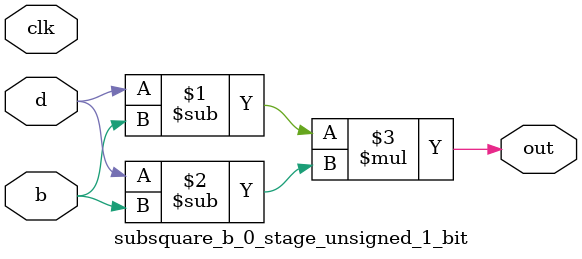
<source format=sv>
(* use_dsp = "yes" *) module subsquare_b_0_stage_unsigned_1_bit(
	input  [0:0] b,
	input  [0:0] d,
	output [0:0] out,
	input clk);

	assign out = (d - b) * (d - b);
endmodule

</source>
